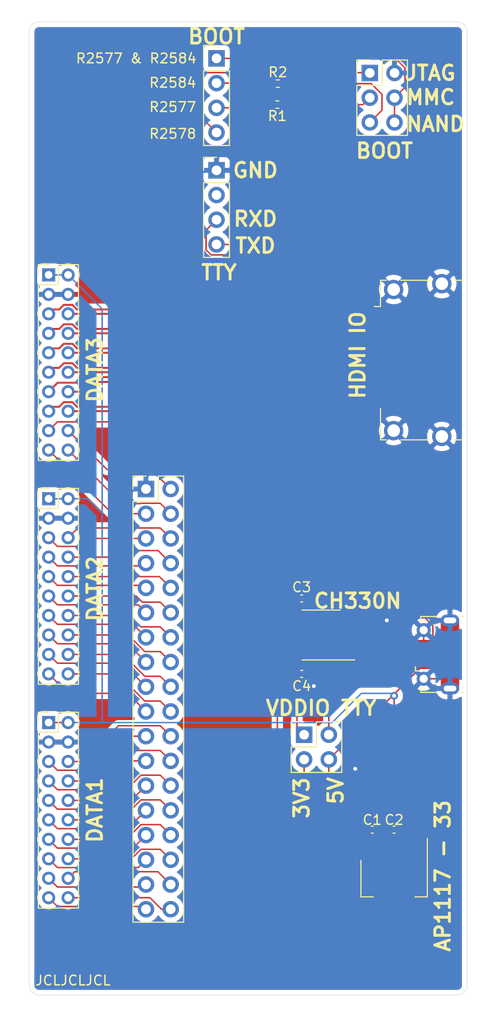
<source format=kicad_pcb>
(kicad_pcb (version 20171130) (host pcbnew 5.1.10)
  (layers (0 F.Cu signal) (31 B.Cu signal) (34 B.Paste user) (35 F.Paste user) (36 B.SilkS user) (37 F.SilkS user) (38 B.Mask user) (39 F.Mask user) (44 Edge.Cuts user))
  (net 0 "")
  (net 1 GND)
  (net 2 "Net-(J2-Pad20)")
  (net 3 "Net-(J2-Pad19)")
  (net 4 "Net-(J2-Pad18)")
  (net 5 +5V)
  (net 6 "Net-(J3-Pad20)")
  (net 7 "Net-(J3-Pad19)")
  (net 8 "Net-(J3-Pad18)")
  (net 9 "Net-(J3-Pad17)")
  (net 10 "Net-(J3-Pad16)")
  (net 11 "Net-(J3-Pad15)")
  (net 12 "Net-(J3-Pad14)")
  (net 13 "Net-(J3-Pad13)")
  (net 14 "Net-(J3-Pad10)")
  (net 15 "Net-(J3-Pad9)")
  (net 16 "Net-(J3-Pad8)")
  (net 17 "Net-(J3-Pad7)")
  (net 18 "Net-(J3-Pad6)")
  (net 19 "Net-(J3-Pad5)")
  (net 20 "Net-(J3-Pad12)")
  (net 21 "Net-(J3-Pad11)")
  (net 22 "Net-(J1-Pad13)")
  (net 23 "Net-(J1-Pad14)")
  (net 24 "Net-(J1-Pad19)")
  (net 25 "Net-(J4-Pad36)")
  (net 26 "Net-(J4-Pad35)")
  (net 27 "Net-(J4-Pad34)")
  (net 28 "Net-(J4-Pad33)")
  (net 29 "Net-(J4-Pad32)")
  (net 30 "Net-(J4-Pad31)")
  (net 31 "Net-(J4-Pad30)")
  (net 32 "Net-(J4-Pad29)")
  (net 33 "Net-(J4-Pad28)")
  (net 34 "Net-(J4-Pad27)")
  (net 35 "Net-(J4-Pad26)")
  (net 36 "Net-(J4-Pad25)")
  (net 37 "Net-(J4-Pad24)")
  (net 38 "Net-(J4-Pad23)")
  (net 39 "Net-(J4-Pad22)")
  (net 40 "Net-(J4-Pad21)")
  (net 41 "Net-(J7-Pad3)")
  (net 42 "Net-(J6-Pad4)")
  (net 43 "Net-(J6-Pad3)")
  (net 44 "Net-(J6-Pad2)")
  (net 45 "Net-(J6-Pad1)")
  (net 46 +3V3)
  (net 47 "Net-(J10-Pad4)")
  (net 48 "Net-(C3-Pad1)")
  (net 49 "Net-(C4-Pad1)")
  (net 50 "Net-(U2-Pad4)")
  (net 51 D2-)
  (net 52 D2+)
  (net 53 CK-)
  (net 54 CK+)
  (net 55 D0-)
  (net 56 D0+)
  (net 57 D1-)
  (net 58 D1+)
  (net 59 I2C+)
  (net 60 I2C-)
  (net 61 "Net-(J8-Pad2)")
  (net 62 "Net-(J7-Pad5)")
  (net 63 TXD)
  (net 64 RXD)
  (net 65 USB_D+)
  (net 66 USB_D-)
  (module Connector_PinHeader_2.54mm:PinHeader_2x03_P2.54mm_Vertical (layer F.Cu) (at 67.5 34.25)
    (fp_text reference J7 hide)
    (fp_text value BOOT)
    (pad 6 thru_hole oval (at 2.54 5.08) (size 1.7 1.7) (drill 1) (layers *.Cu *.Mask) (net 45 "Net-(J6-Pad1)"))
    (pad 5 thru_hole oval (at 0 5.08) (size 1.7 1.7) (drill 1) (layers *.Cu *.Mask) (net 62 "Net-(J7-Pad5)"))
    (pad 4 thru_hole oval (at 2.54 2.54) (size 1.7 1.7) (drill 1) (layers *.Cu *.Mask) (net 45 "Net-(J6-Pad1)"))
    (pad 3 thru_hole oval (at 0 2.54) (size 1.7 1.7) (drill 1) (layers *.Cu *.Mask) (net 41 "Net-(J7-Pad3)"))
    (pad 2 thru_hole oval (at 2.54 0) (size 1.7 1.7) (drill 1) (layers *.Cu *.Mask) (net 1 GND))
    (pad 1 thru_hole rect (at 0 0) (size 1.7 1.7) (drill 1) (layers *.Cu *.Mask) (net 42 "Net-(J6-Pad4)"))
  )
  (module Connector_HDMI:HDMI_A_Amphenol_10029449-111 (layer F.Cu) (at 72 63.75 90)
    (fp_text reference J1 hide)
    (fp_text value HDMI_A)
    (pad SH thru_hole circle (at -7.85 2.9 90) (size 2 2) (drill 1.3) (layers *.Cu *.Mask) (net 1 GND))
    (pad SH thru_hole circle (at 7.85 2.9 90) (size 2 2) (drill 1.3) (layers *.Cu *.Mask) (net 1 GND))
    (pad SH thru_hole circle (at -7.25 -2.05 90) (size 2 2) (drill 1.3) (layers *.Cu *.Mask) (net 1 GND))
    (pad SH thru_hole circle (at 7.25 -2.05 90) (size 2 2) (drill 1.3) (layers *.Cu *.Mask) (net 1 GND))
    (pad 19 smd rect (at -4.25 -2.95 90) (size 0.3 1.9) (layers F.Cu F.Paste F.Mask) (net 24 "Net-(J1-Pad19)"))
    (pad 18 smd rect (at -3.75 -2.95 90) (size 0.3 1.9) (layers F.Cu F.Paste F.Mask) (net 5 +5V))
    (pad 17 smd rect (at -3.25 -2.95 90) (size 0.3 1.9) (layers F.Cu F.Paste F.Mask) (net 1 GND))
    (pad 16 smd rect (at -2.75 -2.95 90) (size 0.3 1.9) (layers F.Cu F.Paste F.Mask) (net 59 I2C+))
    (pad 15 smd rect (at -2.25 -2.95 90) (size 0.3 1.9) (layers F.Cu F.Paste F.Mask) (net 60 I2C-))
    (pad 14 smd rect (at -1.75 -2.95 90) (size 0.3 1.9) (layers F.Cu F.Paste F.Mask) (net 23 "Net-(J1-Pad14)"))
    (pad 13 smd rect (at -1.25 -2.95 90) (size 0.3 1.9) (layers F.Cu F.Paste F.Mask) (net 22 "Net-(J1-Pad13)"))
    (pad 12 smd rect (at -0.75 -2.95 90) (size 0.3 1.9) (layers F.Cu F.Paste F.Mask) (net 53 CK-))
    (pad 11 smd rect (at -0.25 -2.95 90) (size 0.3 1.9) (layers F.Cu F.Paste F.Mask) (net 1 GND))
    (pad 10 smd rect (at 0.25 -2.95 90) (size 0.3 1.9) (layers F.Cu F.Paste F.Mask) (net 54 CK+))
    (pad 9 smd rect (at 0.75 -2.95 90) (size 0.3 1.9) (layers F.Cu F.Paste F.Mask) (net 55 D0-))
    (pad 8 smd rect (at 1.25 -2.95 90) (size 0.3 1.9) (layers F.Cu F.Paste F.Mask) (net 1 GND))
    (pad 7 smd rect (at 1.75 -2.95 90) (size 0.3 1.9) (layers F.Cu F.Paste F.Mask) (net 56 D0+))
    (pad 6 smd rect (at 2.25 -2.95 90) (size 0.3 1.9) (layers F.Cu F.Paste F.Mask) (net 57 D1-))
    (pad 5 smd rect (at 2.75 -2.95 90) (size 0.3 1.9) (layers F.Cu F.Paste F.Mask) (net 1 GND))
    (pad 4 smd rect (at 3.25 -2.95 90) (size 0.3 1.9) (layers F.Cu F.Paste F.Mask) (net 58 D1+))
    (pad 3 smd rect (at 3.75 -2.95 90) (size 0.3 1.9) (layers F.Cu F.Paste F.Mask) (net 51 D2-))
    (pad 2 smd rect (at 4.25 -2.95 90) (size 0.3 1.9) (layers F.Cu F.Paste F.Mask) (net 1 GND))
    (pad 1 smd rect (at 4.75 -2.95 90) (size 0.3 1.9) (layers F.Cu F.Paste F.Mask) (net 52 D2+))
  )
  (module Package_TO_SOT_SMD:SOT-223-3_TabPin2 (layer F.Cu) (at 70 117 270)
    (fp_text reference U1 hide)
    (fp_text value AP1117-33)
    (pad 1 smd rect (at -3.15 -2.3 270) (size 2 1.5) (layers F.Cu F.Paste F.Mask) (net 1 GND))
    (pad 3 smd rect (at -3.15 2.3 270) (size 2 1.5) (layers F.Cu F.Paste F.Mask) (net 5 +5V))
    (pad 2 smd rect (at -3.15 0 270) (size 2 1.5) (layers F.Cu F.Paste F.Mask) (net 46 +3V3))
    (pad 2 smd rect (at 3.15 0 270) (size 2 3.8) (layers F.Cu F.Paste F.Mask) (net 46 +3V3))
  )
  (module Package_SO:SOIC-8_3.9x4.9mm_P1.27mm (layer F.Cu) (at 62.5 92 180)
    (fp_text reference U2 hide)
    (fp_text value CH330N)
    (pad 8 smd roundrect (at 2.475 -1.905 180) (size 1.95 0.6) (layers F.Cu F.Paste F.Mask) (net 49 "Net-(C4-Pad1)"))
    (pad 7 smd roundrect (at 2.475 -0.635 180) (size 1.95 0.6) (layers F.Cu F.Paste F.Mask) (net 64 RXD))
    (pad 6 smd roundrect (at 2.475 0.635 180) (size 1.95 0.6) (layers F.Cu F.Paste F.Mask) (net 63 TXD))
    (pad 5 smd roundrect (at 2.475 1.905 180) (size 1.95 0.6) (layers F.Cu F.Paste F.Mask) (net 48 "Net-(C3-Pad1)"))
    (pad 4 smd roundrect (at -2.475 1.905 180) (size 1.95 0.6) (layers F.Cu F.Paste F.Mask) (net 50 "Net-(U2-Pad4)"))
    (pad 3 smd roundrect (at -2.475 0.635 180) (size 1.95 0.6) (layers F.Cu F.Paste F.Mask) (net 1 GND))
    (pad 2 smd roundrect (at -2.475 -0.635 180) (size 1.95 0.6) (layers F.Cu F.Paste F.Mask) (net 66 USB_D-))
    (pad 1 smd roundrect (at -2.475 -1.905 180) (size 1.95 0.6) (layers F.Cu F.Paste F.Mask) (net 65 USB_D+))
  )
  (module Resistor_SMD:R_0402_1005Metric (layer F.Cu) (at 58.051 35.3428)
    (fp_text reference R2 (at 0 -1.17) (layer F.SilkS))
    (fp_text value R)
    (pad 2 smd roundrect (at 0.51 0) (size 0.54 0.64) (layers F.Cu F.Paste F.Mask) (net 62 "Net-(J7-Pad5)"))
    (pad 1 smd roundrect (at -0.51 0) (size 0.54 0.64) (layers F.Cu F.Paste F.Mask) (net 44 "Net-(J6-Pad2)"))
  )
  (module Resistor_SMD:R_0402_1005Metric (layer F.Cu) (at 58 37.5 180)
    (fp_text reference R1 (at 0 -1.17) (layer F.SilkS))
    (fp_text value R)
    (pad 2 smd roundrect (at 0.51 0 180) (size 0.54 0.64) (layers F.Cu F.Paste F.Mask) (net 43 "Net-(J6-Pad3)"))
    (pad 1 smd roundrect (at -0.51 0 180) (size 0.54 0.64) (layers F.Cu F.Paste F.Mask) (net 41 "Net-(J7-Pad3)"))
  )
  (module Connector_USB:USB_Micro-B_Molex-105017-0001 (layer F.Cu) (at 74.5 94 90)
    (fp_text reference J10 hide)
    (fp_text value USB_B_Micro)
    (pad 6 smd rect (at -2.9 1.2375 90) (size 1.2 1.9) (layers F.Cu F.Mask) (net 1 GND))
    (pad 6 smd rect (at 2.9 1.2375 90) (size 1.2 1.9) (layers F.Cu F.Mask) (net 1 GND))
    (pad 6 thru_hole oval (at 3.5 1.2375 90) (size 1.2 1.9) (drill oval 0.6 1.3) (layers *.Cu *.Mask) (net 1 GND))
    (pad 6 thru_hole oval (at -3.5 1.2375 270) (size 1.2 1.9) (drill oval 0.6 1.3) (layers *.Cu *.Mask) (net 1 GND))
    (pad 6 smd rect (at -1 1.2375 90) (size 1.5 1.9) (layers F.Cu F.Paste F.Mask) (net 1 GND))
    (pad 6 thru_hole circle (at 2.5 -1.4625 90) (size 1.45 1.45) (drill 0.85) (layers *.Cu *.Mask) (net 1 GND))
    (pad 3 smd rect (at 0 -1.4625 90) (size 0.4 1.35) (layers F.Cu F.Paste F.Mask) (net 65 USB_D+))
    (pad 4 smd rect (at 0.65 -1.4625 90) (size 0.4 1.35) (layers F.Cu F.Paste F.Mask) (net 47 "Net-(J10-Pad4)"))
    (pad 5 smd rect (at 1.3 -1.4625 90) (size 0.4 1.35) (layers F.Cu F.Paste F.Mask) (net 1 GND))
    (pad 1 smd rect (at -1.3 -1.4625 90) (size 0.4 1.35) (layers F.Cu F.Paste F.Mask) (net 5 +5V))
    (pad 2 smd rect (at -0.65 -1.4625 90) (size 0.4 1.35) (layers F.Cu F.Paste F.Mask) (net 66 USB_D-))
    (pad 6 thru_hole circle (at -2.5 -1.4625 90) (size 1.45 1.45) (drill 0.85) (layers *.Cu *.Mask) (net 1 GND))
    (pad 6 smd rect (at 1 1.2375 90) (size 1.5 1.9) (layers F.Cu F.Paste F.Mask) (net 1 GND))
  )
  (module Connector_PinHeader_2.54mm:PinHeader_2x02_P2.54mm_Vertical (layer F.Cu) (at 60.75 102.25)
    (fp_text reference J9 hide)
    (fp_text value Conn_02x02_Top_Bottom)
    (pad 4 thru_hole oval (at 2.54 2.54) (size 1.7 1.7) (drill 1) (layers *.Cu *.Mask) (net 5 +5V))
    (pad 3 thru_hole oval (at 0 2.54) (size 1.7 1.7) (drill 1) (layers *.Cu *.Mask) (net 46 +3V3))
    (pad 2 thru_hole oval (at 2.54 0) (size 1.7 1.7) (drill 1) (layers *.Cu *.Mask) (net 48 "Net-(C3-Pad1)"))
    (pad 1 thru_hole rect (at 0 0) (size 1.7 1.7) (drill 1) (layers *.Cu *.Mask) (net 49 "Net-(C4-Pad1)"))
  )
  (module Connector_PinHeader_2.54mm:PinHeader_1x04_P2.54mm_Vertical (layer F.Cu) (at 51.75 44.25)
    (fp_text reference J8 hide)
    (fp_text value TTY)
    (pad 4 thru_hole oval (at 0 7.62) (size 1.7 1.7) (drill 1) (layers *.Cu *.Mask) (net 63 TXD))
    (pad 3 thru_hole oval (at 0 5.08) (size 1.7 1.7) (drill 1) (layers *.Cu *.Mask) (net 64 RXD))
    (pad 2 thru_hole oval (at 0 2.54) (size 1.7 1.7) (drill 1) (layers *.Cu *.Mask) (net 61 "Net-(J8-Pad2)"))
    (pad 1 thru_hole rect (at 0 0) (size 1.7 1.7) (drill 1) (layers *.Cu *.Mask) (net 1 GND))
  )
  (module Connector_PinHeader_2.54mm:PinHeader_1x04_P2.54mm_Vertical (layer F.Cu) (at 51.75 32.75)
    (fp_text reference J6 hide)
    (fp_text value BOOT_JUMP)
    (pad 4 thru_hole oval (at 0 7.62) (size 1.7 1.7) (drill 1) (layers *.Cu *.Mask) (net 42 "Net-(J6-Pad4)"))
    (pad 3 thru_hole oval (at 0 5.08) (size 1.7 1.7) (drill 1) (layers *.Cu *.Mask) (net 43 "Net-(J6-Pad3)"))
    (pad 2 thru_hole oval (at 0 2.54) (size 1.7 1.7) (drill 1) (layers *.Cu *.Mask) (net 44 "Net-(J6-Pad2)"))
    (pad 1 thru_hole rect (at 0 0) (size 1.7 1.7) (drill 1) (layers *.Cu *.Mask) (net 45 "Net-(J6-Pad1)"))
  )
  (module Connector_PinHeader_2.00mm:PinHeader_2x10_P2.00mm_Vertical (layer F.Cu) (at 34.5 101)
    (fp_text reference J5 hide)
    (fp_text value DATA1)
    (pad 20 thru_hole oval (at 2 18) (size 1.35 1.35) (drill 0.8) (layers *.Cu *.Mask) (net 25 "Net-(J4-Pad36)"))
    (pad 19 thru_hole oval (at 0 18) (size 1.35 1.35) (drill 0.8) (layers *.Cu *.Mask) (net 26 "Net-(J4-Pad35)"))
    (pad 18 thru_hole oval (at 2 16) (size 1.35 1.35) (drill 0.8) (layers *.Cu *.Mask) (net 27 "Net-(J4-Pad34)"))
    (pad 17 thru_hole oval (at 0 16) (size 1.35 1.35) (drill 0.8) (layers *.Cu *.Mask) (net 28 "Net-(J4-Pad33)"))
    (pad 16 thru_hole oval (at 2 14) (size 1.35 1.35) (drill 0.8) (layers *.Cu *.Mask) (net 29 "Net-(J4-Pad32)"))
    (pad 15 thru_hole oval (at 0 14) (size 1.35 1.35) (drill 0.8) (layers *.Cu *.Mask) (net 30 "Net-(J4-Pad31)"))
    (pad 14 thru_hole oval (at 2 12) (size 1.35 1.35) (drill 0.8) (layers *.Cu *.Mask) (net 31 "Net-(J4-Pad30)"))
    (pad 13 thru_hole oval (at 0 12) (size 1.35 1.35) (drill 0.8) (layers *.Cu *.Mask) (net 32 "Net-(J4-Pad29)"))
    (pad 12 thru_hole oval (at 2 10) (size 1.35 1.35) (drill 0.8) (layers *.Cu *.Mask) (net 33 "Net-(J4-Pad28)"))
    (pad 11 thru_hole oval (at 0 10) (size 1.35 1.35) (drill 0.8) (layers *.Cu *.Mask) (net 34 "Net-(J4-Pad27)"))
    (pad 10 thru_hole oval (at 2 8) (size 1.35 1.35) (drill 0.8) (layers *.Cu *.Mask) (net 35 "Net-(J4-Pad26)"))
    (pad 9 thru_hole oval (at 0 8) (size 1.35 1.35) (drill 0.8) (layers *.Cu *.Mask) (net 36 "Net-(J4-Pad25)"))
    (pad 8 thru_hole oval (at 2 6) (size 1.35 1.35) (drill 0.8) (layers *.Cu *.Mask) (net 37 "Net-(J4-Pad24)"))
    (pad 7 thru_hole oval (at 0 6) (size 1.35 1.35) (drill 0.8) (layers *.Cu *.Mask) (net 38 "Net-(J4-Pad23)"))
    (pad 6 thru_hole oval (at 2 4) (size 1.35 1.35) (drill 0.8) (layers *.Cu *.Mask) (net 39 "Net-(J4-Pad22)"))
    (pad 5 thru_hole oval (at 0 4) (size 1.35 1.35) (drill 0.8) (layers *.Cu *.Mask) (net 40 "Net-(J4-Pad21)"))
    (pad 4 thru_hole oval (at 2 2) (size 1.35 1.35) (drill 0.8) (layers *.Cu *.Mask) (net 1 GND))
    (pad 3 thru_hole oval (at 0 2) (size 1.35 1.35) (drill 0.8) (layers *.Cu *.Mask) (net 1 GND))
    (pad 2 thru_hole oval (at 2 0) (size 1.35 1.35) (drill 0.8) (layers *.Cu *.Mask) (net 5 +5V))
    (pad 1 thru_hole rect (at 0 0) (size 1.35 1.35) (drill 0.8) (layers *.Cu *.Mask) (net 5 +5V))
  )
  (module Connector_PinHeader_2.54mm:PinHeader_2x18_P2.54mm_Vertical (layer F.Cu) (at 44.5 77)
    (fp_text reference J4 hide)
    (fp_text value IO)
    (pad 36 thru_hole oval (at 2.54 43.18) (size 1.7 1.7) (drill 1) (layers *.Cu *.Mask) (net 25 "Net-(J4-Pad36)"))
    (pad 35 thru_hole oval (at 0 43.18) (size 1.7 1.7) (drill 1) (layers *.Cu *.Mask) (net 26 "Net-(J4-Pad35)"))
    (pad 34 thru_hole oval (at 2.54 40.64) (size 1.7 1.7) (drill 1) (layers *.Cu *.Mask) (net 27 "Net-(J4-Pad34)"))
    (pad 33 thru_hole oval (at 0 40.64) (size 1.7 1.7) (drill 1) (layers *.Cu *.Mask) (net 28 "Net-(J4-Pad33)"))
    (pad 32 thru_hole oval (at 2.54 38.1) (size 1.7 1.7) (drill 1) (layers *.Cu *.Mask) (net 29 "Net-(J4-Pad32)"))
    (pad 31 thru_hole oval (at 0 38.1) (size 1.7 1.7) (drill 1) (layers *.Cu *.Mask) (net 30 "Net-(J4-Pad31)"))
    (pad 30 thru_hole oval (at 2.54 35.56) (size 1.7 1.7) (drill 1) (layers *.Cu *.Mask) (net 31 "Net-(J4-Pad30)"))
    (pad 29 thru_hole oval (at 0 35.56) (size 1.7 1.7) (drill 1) (layers *.Cu *.Mask) (net 32 "Net-(J4-Pad29)"))
    (pad 28 thru_hole oval (at 2.54 33.02) (size 1.7 1.7) (drill 1) (layers *.Cu *.Mask) (net 33 "Net-(J4-Pad28)"))
    (pad 27 thru_hole oval (at 0 33.02) (size 1.7 1.7) (drill 1) (layers *.Cu *.Mask) (net 34 "Net-(J4-Pad27)"))
    (pad 26 thru_hole oval (at 2.54 30.48) (size 1.7 1.7) (drill 1) (layers *.Cu *.Mask) (net 35 "Net-(J4-Pad26)"))
    (pad 25 thru_hole oval (at 0 30.48) (size 1.7 1.7) (drill 1) (layers *.Cu *.Mask) (net 36 "Net-(J4-Pad25)"))
    (pad 24 thru_hole oval (at 2.54 27.94) (size 1.7 1.7) (drill 1) (layers *.Cu *.Mask) (net 37 "Net-(J4-Pad24)"))
    (pad 23 thru_hole oval (at 0 27.94) (size 1.7 1.7) (drill 1) (layers *.Cu *.Mask) (net 38 "Net-(J4-Pad23)"))
    (pad 22 thru_hole oval (at 2.54 25.4) (size 1.7 1.7) (drill 1) (layers *.Cu *.Mask) (net 39 "Net-(J4-Pad22)"))
    (pad 21 thru_hole oval (at 0 25.4) (size 1.7 1.7) (drill 1) (layers *.Cu *.Mask) (net 40 "Net-(J4-Pad21)"))
    (pad 20 thru_hole oval (at 2.54 22.86) (size 1.7 1.7) (drill 1) (layers *.Cu *.Mask) (net 6 "Net-(J3-Pad20)"))
    (pad 19 thru_hole oval (at 0 22.86) (size 1.7 1.7) (drill 1) (layers *.Cu *.Mask) (net 7 "Net-(J3-Pad19)"))
    (pad 18 thru_hole oval (at 2.54 20.32) (size 1.7 1.7) (drill 1) (layers *.Cu *.Mask) (net 8 "Net-(J3-Pad18)"))
    (pad 17 thru_hole oval (at 0 20.32) (size 1.7 1.7) (drill 1) (layers *.Cu *.Mask) (net 9 "Net-(J3-Pad17)"))
    (pad 16 thru_hole oval (at 2.54 17.78) (size 1.7 1.7) (drill 1) (layers *.Cu *.Mask) (net 10 "Net-(J3-Pad16)"))
    (pad 15 thru_hole oval (at 0 17.78) (size 1.7 1.7) (drill 1) (layers *.Cu *.Mask) (net 11 "Net-(J3-Pad15)"))
    (pad 14 thru_hole oval (at 2.54 15.24) (size 1.7 1.7) (drill 1) (layers *.Cu *.Mask) (net 12 "Net-(J3-Pad14)"))
    (pad 13 thru_hole oval (at 0 15.24) (size 1.7 1.7) (drill 1) (layers *.Cu *.Mask) (net 13 "Net-(J3-Pad13)"))
    (pad 12 thru_hole oval (at 2.54 12.7) (size 1.7 1.7) (drill 1) (layers *.Cu *.Mask) (net 20 "Net-(J3-Pad12)"))
    (pad 11 thru_hole oval (at 0 12.7) (size 1.7 1.7) (drill 1) (layers *.Cu *.Mask) (net 21 "Net-(J3-Pad11)"))
    (pad 10 thru_hole oval (at 2.54 10.16) (size 1.7 1.7) (drill 1) (layers *.Cu *.Mask) (net 14 "Net-(J3-Pad10)"))
    (pad 9 thru_hole oval (at 0 10.16) (size 1.7 1.7) (drill 1) (layers *.Cu *.Mask) (net 15 "Net-(J3-Pad9)"))
    (pad 8 thru_hole oval (at 2.54 7.62) (size 1.7 1.7) (drill 1) (layers *.Cu *.Mask) (net 16 "Net-(J3-Pad8)"))
    (pad 7 thru_hole oval (at 0 7.62) (size 1.7 1.7) (drill 1) (layers *.Cu *.Mask) (net 17 "Net-(J3-Pad7)"))
    (pad 6 thru_hole oval (at 2.54 5.08) (size 1.7 1.7) (drill 1) (layers *.Cu *.Mask) (net 18 "Net-(J3-Pad6)"))
    (pad 5 thru_hole oval (at 0 5.08) (size 1.7 1.7) (drill 1) (layers *.Cu *.Mask) (net 19 "Net-(J3-Pad5)"))
    (pad 4 thru_hole oval (at 2.54 2.54) (size 1.7 1.7) (drill 1) (layers *.Cu *.Mask) (net 2 "Net-(J2-Pad20)"))
    (pad 3 thru_hole oval (at 0 2.54) (size 1.7 1.7) (drill 1) (layers *.Cu *.Mask) (net 3 "Net-(J2-Pad19)"))
    (pad 2 thru_hole oval (at 2.54 0) (size 1.7 1.7) (drill 1) (layers *.Cu *.Mask) (net 4 "Net-(J2-Pad18)"))
    (pad 1 thru_hole rect (at 0 0) (size 1.7 1.7) (drill 1) (layers *.Cu *.Mask) (net 1 GND))
  )
  (module Connector_PinHeader_2.00mm:PinHeader_2x10_P2.00mm_Vertical (layer F.Cu) (at 34.5 78)
    (fp_text reference J3 hide)
    (fp_text value DATA2)
    (pad 20 thru_hole oval (at 2 18) (size 1.35 1.35) (drill 0.8) (layers *.Cu *.Mask) (net 6 "Net-(J3-Pad20)"))
    (pad 19 thru_hole oval (at 0 18) (size 1.35 1.35) (drill 0.8) (layers *.Cu *.Mask) (net 7 "Net-(J3-Pad19)"))
    (pad 18 thru_hole oval (at 2 16) (size 1.35 1.35) (drill 0.8) (layers *.Cu *.Mask) (net 8 "Net-(J3-Pad18)"))
    (pad 17 thru_hole oval (at 0 16) (size 1.35 1.35) (drill 0.8) (layers *.Cu *.Mask) (net 9 "Net-(J3-Pad17)"))
    (pad 16 thru_hole oval (at 2 14) (size 1.35 1.35) (drill 0.8) (layers *.Cu *.Mask) (net 10 "Net-(J3-Pad16)"))
    (pad 15 thru_hole oval (at 0 14) (size 1.35 1.35) (drill 0.8) (layers *.Cu *.Mask) (net 11 "Net-(J3-Pad15)"))
    (pad 14 thru_hole oval (at 2 12) (size 1.35 1.35) (drill 0.8) (layers *.Cu *.Mask) (net 12 "Net-(J3-Pad14)"))
    (pad 13 thru_hole oval (at 0 12) (size 1.35 1.35) (drill 0.8) (layers *.Cu *.Mask) (net 13 "Net-(J3-Pad13)"))
    (pad 12 thru_hole oval (at 2 10) (size 1.35 1.35) (drill 0.8) (layers *.Cu *.Mask) (net 20 "Net-(J3-Pad12)"))
    (pad 11 thru_hole oval (at 0 10) (size 1.35 1.35) (drill 0.8) (layers *.Cu *.Mask) (net 21 "Net-(J3-Pad11)"))
    (pad 10 thru_hole oval (at 2 8) (size 1.35 1.35) (drill 0.8) (layers *.Cu *.Mask) (net 14 "Net-(J3-Pad10)"))
    (pad 9 thru_hole oval (at 0 8) (size 1.35 1.35) (drill 0.8) (layers *.Cu *.Mask) (net 15 "Net-(J3-Pad9)"))
    (pad 8 thru_hole oval (at 2 6) (size 1.35 1.35) (drill 0.8) (layers *.Cu *.Mask) (net 16 "Net-(J3-Pad8)"))
    (pad 7 thru_hole oval (at 0 6) (size 1.35 1.35) (drill 0.8) (layers *.Cu *.Mask) (net 17 "Net-(J3-Pad7)"))
    (pad 6 thru_hole oval (at 2 4) (size 1.35 1.35) (drill 0.8) (layers *.Cu *.Mask) (net 18 "Net-(J3-Pad6)"))
    (pad 5 thru_hole oval (at 0 4) (size 1.35 1.35) (drill 0.8) (layers *.Cu *.Mask) (net 19 "Net-(J3-Pad5)"))
    (pad 4 thru_hole oval (at 2 2) (size 1.35 1.35) (drill 0.8) (layers *.Cu *.Mask) (net 1 GND))
    (pad 3 thru_hole oval (at 0 2) (size 1.35 1.35) (drill 0.8) (layers *.Cu *.Mask) (net 1 GND))
    (pad 2 thru_hole oval (at 2 0) (size 1.35 1.35) (drill 0.8) (layers *.Cu *.Mask) (net 5 +5V))
    (pad 1 thru_hole rect (at 0 0) (size 1.35 1.35) (drill 0.8) (layers *.Cu *.Mask) (net 5 +5V))
  )
  (module Connector_PinHeader_2.00mm:PinHeader_2x10_P2.00mm_Vertical (layer F.Cu) (at 34.5 55)
    (fp_text reference J2 hide)
    (fp_text value DATA3)
    (pad 20 thru_hole oval (at 2 18) (size 1.35 1.35) (drill 0.8) (layers *.Cu *.Mask) (net 2 "Net-(J2-Pad20)"))
    (pad 19 thru_hole oval (at 0 18) (size 1.35 1.35) (drill 0.8) (layers *.Cu *.Mask) (net 3 "Net-(J2-Pad19)"))
    (pad 18 thru_hole oval (at 2 16) (size 1.35 1.35) (drill 0.8) (layers *.Cu *.Mask) (net 4 "Net-(J2-Pad18)"))
    (pad 17 thru_hole oval (at 0 16) (size 1.35 1.35) (drill 0.8) (layers *.Cu *.Mask) (net 24 "Net-(J1-Pad19)"))
    (pad 16 thru_hole oval (at 2 14) (size 1.35 1.35) (drill 0.8) (layers *.Cu *.Mask) (net 59 I2C+))
    (pad 15 thru_hole oval (at 0 14) (size 1.35 1.35) (drill 0.8) (layers *.Cu *.Mask) (net 60 I2C-))
    (pad 14 thru_hole oval (at 2 12) (size 1.35 1.35) (drill 0.8) (layers *.Cu *.Mask) (net 23 "Net-(J1-Pad14)"))
    (pad 13 thru_hole oval (at 0 12) (size 1.35 1.35) (drill 0.8) (layers *.Cu *.Mask) (net 22 "Net-(J1-Pad13)"))
    (pad 12 thru_hole oval (at 2 10) (size 1.35 1.35) (drill 0.8) (layers *.Cu *.Mask) (net 53 CK-))
    (pad 11 thru_hole oval (at 0 10) (size 1.35 1.35) (drill 0.8) (layers *.Cu *.Mask) (net 54 CK+))
    (pad 10 thru_hole oval (at 2 8) (size 1.35 1.35) (drill 0.8) (layers *.Cu *.Mask) (net 55 D0-))
    (pad 9 thru_hole oval (at 0 8) (size 1.35 1.35) (drill 0.8) (layers *.Cu *.Mask) (net 56 D0+))
    (pad 8 thru_hole oval (at 2 6) (size 1.35 1.35) (drill 0.8) (layers *.Cu *.Mask) (net 57 D1-))
    (pad 7 thru_hole oval (at 0 6) (size 1.35 1.35) (drill 0.8) (layers *.Cu *.Mask) (net 58 D1+))
    (pad 6 thru_hole oval (at 2 4) (size 1.35 1.35) (drill 0.8) (layers *.Cu *.Mask) (net 51 D2-))
    (pad 5 thru_hole oval (at 0 4) (size 1.35 1.35) (drill 0.8) (layers *.Cu *.Mask) (net 52 D2+))
    (pad 4 thru_hole oval (at 2 2) (size 1.35 1.35) (drill 0.8) (layers *.Cu *.Mask) (net 1 GND))
    (pad 3 thru_hole oval (at 0 2) (size 1.35 1.35) (drill 0.8) (layers *.Cu *.Mask) (net 1 GND))
    (pad 2 thru_hole oval (at 2 0) (size 1.35 1.35) (drill 0.8) (layers *.Cu *.Mask) (net 5 +5V))
    (pad 1 thru_hole rect (at 0 0) (size 1.35 1.35) (drill 0.8) (layers *.Cu *.Mask) (net 5 +5V))
  )
  (module Capacitor_SMD:C_0402_1005Metric (layer F.Cu) (at 70 112 180)
    (fp_text reference C2 (at 0 1) (layer F.SilkS))
    (fp_text value 22uF)
    (pad 2 smd roundrect (at 0.48 0 180) (size 0.56 0.62) (layers F.Cu F.Paste F.Mask) (net 46 +3V3))
    (pad 1 smd roundrect (at -0.48 0 180) (size 0.56 0.62) (layers F.Cu F.Paste F.Mask) (net 1 GND))
  )
  (module Capacitor_SMD:C_0402_1005Metric (layer F.Cu) (at 67.75 112 180)
    (fp_text reference C1 (at 0 1) (layer F.SilkS))
    (fp_text value 10uF)
    (pad 2 smd roundrect (at 0.48 0 180) (size 0.56 0.62) (layers F.Cu F.Paste F.Mask) (net 1 GND))
    (pad 1 smd roundrect (at -0.48 0 180) (size 0.56 0.62) (layers F.Cu F.Paste F.Mask) (net 5 +5V))
  )
  (module Capacitor_SMD:C_0402_1005Metric (layer F.Cu) (at 60.5 96)
    (fp_text reference C4 (at 0 1.25) (layer F.SilkS))
    (fp_text value 0.1uf)
    (pad 2 smd roundrect (at 0.48 0) (size 0.56 0.62) (layers F.Cu F.Paste F.Mask) (net 1 GND))
    (pad 1 smd roundrect (at -0.48 0) (size 0.56 0.62) (layers F.Cu F.Paste F.Mask) (net 49 "Net-(C4-Pad1)"))
  )
  (module Capacitor_SMD:C_0402_1005Metric (layer F.Cu) (at 60.5 88.25)
    (fp_text reference C3 (at 0 -1.16) (layer F.SilkS))
    (fp_text value 0.1uf)
    (pad 2 smd roundrect (at 0.48 0) (size 0.56 0.62) (layers F.Cu F.Paste F.Mask) (net 1 GND))
    (pad 1 smd roundrect (at -0.48 0) (size 0.56 0.62) (layers F.Cu F.Paste F.Mask) (net 48 "Net-(C3-Pad1)"))
  )
  (gr_text JCLJCLJCL (at 37 127.5) (layer F.SilkS) (effects (font (size 1 1))))
  (gr_text R2577 (at 47.25 37.75) (layer F.SilkS) (effects (font (size 1 1))))
  (gr_text R2584 (at 47.25 35.25) (layer F.SilkS) (effects (font (size 1 1))))
  (gr_text "R2577 & R2584" (at 43.5 32.75) (layer F.SilkS) (effects (font (size 1 1))))
  (gr_text R2578 (at 47.25 40.5) (layer F.SilkS) (effects (font (size 1 1))))
  (gr_text NAND (at 74.25 39.5) (layer F.SilkS) (effects (font (size 1.5 1.5) (thickness 0.3))))
  (gr_text MMC (at 73.75 36.75) (layer F.SilkS) (effects (font (size 1.5 1.5) (thickness 0.3))))
  (gr_text JTAG (at 73.75 34.25) (layer F.SilkS) (effects (font (size 1.5 1.5) (thickness 0.3))))
  (gr_text BOOT (at 69 42.25) (layer F.SilkS) (effects (font (size 1.5 1.5) (thickness 0.3))))
  (gr_text BOOT (at 51.75 30.5) (layer F.SilkS) (effects (font (size 1.5 1.5) (thickness 0.3))))
  (gr_text TTY (at 52 54.75) (layer F.SilkS) (effects (font (size 1.5 1.5) (thickness 0.3))))
  (gr_text "HDMI IO" (at 66.25 63.25 90) (layer F.SilkS) (effects (font (size 1.5 1.5) (thickness 0.3))))
  (gr_text CH330N (at 66.25 88.5) (layer F.SilkS) (effects (font (size 1.5 1.5) (thickness 0.3))))
  (gr_text "AP1117 - 33" (at 75 116.75 90) (layer F.SilkS) (effects (font (size 1.5 1.5) (thickness 0.3))))
  (gr_text "VDDIO TTY" (at 62.5 99.5) (layer F.SilkS) (effects (font (size 1.5 1.5) (thickness 0.3))))
  (gr_text DATA1 (at 39.25 110 90) (layer F.SilkS) (effects (font (size 1.5 1.5) (thickness 0.3))))
  (gr_text DATA2 (at 39.25 87.25 90) (layer F.SilkS) (effects (font (size 1.5 1.5) (thickness 0.3))))
  (gr_text DATA3 (at 39.25 64.75 90) (layer F.SilkS) (effects (font (size 1.5 1.5) (thickness 0.3))))
  (gr_text TXD (at 55.75 52) (layer F.SilkS) (effects (font (size 1.5 1.5) (thickness 0.3))))
  (gr_text RXD (at 55.75 49.25) (layer F.SilkS) (effects (font (size 1.5 1.5) (thickness 0.3))))
  (gr_text GND (at 55.75 44.25) (layer F.SilkS) (effects (font (size 1.5 1.5) (thickness 0.3))))
  (gr_text 3V3 (at 60.5 108.75 90) (layer F.SilkS) (effects (font (size 1.5 1.5) (thickness 0.3))))
  (gr_text 5V (at 64 108 90) (layer F.SilkS) (effects (font (size 1.5 1.5) (thickness 0.3))))
  (gr_arc (start 33.5 128) (end 32.5 128) (angle -90) (layer Edge.Cuts) (width 0.05))
  (gr_arc (start 76.5 128) (end 76.5 129) (angle -90) (layer Edge.Cuts) (width 0.05))
  (gr_arc (start 76.5 30) (end 77.5 30) (angle -90) (layer Edge.Cuts) (width 0.05))
  (gr_line (start 32.5 29) (end 32.5 29) (layer Edge.Cuts) (width 0.05))
  (gr_line (start 33.5 29) (end 76.5 29) (layer Edge.Cuts) (width 0.05))
  (gr_line (start 32.5 29) (end 32.5 29) (layer Edge.Cuts) (width 0.05))
  (gr_arc (start 33.5 30) (end 33.5 29) (angle -90) (layer Edge.Cuts) (width 0.05))
  (gr_line (start 33.5 129) (end 76.5 129) (layer Edge.Cuts) (width 0.05))
  (gr_line (start 32.5 29) (end 32.5 29) (layer Edge.Cuts) (width 0.05))
  (gr_line (start 77.5 30) (end 77.5 128) (layer Edge.Cuts) (width 0.05))
  (gr_line (start 32.5 30) (end 32.5 128) (layer Edge.Cuts) (width 0.05))
  (segment (start 75.7375 95) (end 75.7375 93) (width 0.15) (layer F.Cu) (net 1))
  (segment (start 75.7375 91.1) (end 75.7375 93) (width 0.15) (layer F.Cu) (net 1))
  (segment (start 75.7375 95) (end 75.7375 96.9) (width 0.15) (layer F.Cu) (net 1))
  (segment (start 74.7375 96.5) (end 75.7375 97.5) (width 0.15) (layer F.Cu) (net 1))
  (segment (start 73.0375 96.5) (end 74.7375 96.5) (width 0.15) (layer F.Cu) (net 1))
  (segment (start 74.7375 91.5) (end 75.7375 90.5) (width 0.15) (layer F.Cu) (net 1))
  (segment (start 75.4375 92.7) (end 75.7375 93) (width 0.15) (layer F.Cu) (net 1))
  (segment (start 69.05 59.5) (end 71.25 59.5) (width 0.15) (layer F.Cu) (net 1))
  (segment (start 69.05 67) (end 70.899998 67) (width 0.15) (layer F.Cu) (net 1))
  (segment (start 70.899998 67) (end 70.949999 66.949999) (width 0.15) (layer F.Cu) (net 1))
  (segment (start 70.949999 66.949999) (end 70.949999 70.000001) (width 0.15) (layer F.Cu) (net 1))
  (segment (start 70.949999 57.499999) (end 70.949999 66.949999) (width 0.15) (layer F.Cu) (net 1))
  (segment (start 69.05 64) (end 69.25 64) (width 0.15) (layer F.Cu) (net 1))
  (segment (start 69.25 64) (end 70.055002 64) (width 0.15) (layer F.Cu) (net 1))
  (segment (start 70.949999 70.000001) (end 69.95 71) (width 0.15) (layer F.Cu) (net 1))
  (segment (start 70.949999 64.894997) (end 70.949999 70.000001) (width 0.15) (layer F.Cu) (net 1))
  (segment (start 70.055002 64) (end 70.949999 64.894997) (width 0.15) (layer F.Cu) (net 1))
  (segment (start 70.949999 61.700001) (end 70.949999 57.499999) (width 0.15) (layer F.Cu) (net 1))
  (segment (start 70.15 62.5) (end 70.949999 61.700001) (width 0.15) (layer F.Cu) (net 1))
  (segment (start 69.05 62.5) (end 70.15 62.5) (width 0.15) (layer F.Cu) (net 1))
  (segment (start 70.949999 60.200001) (end 70.949999 57.499999) (width 0.15) (layer F.Cu) (net 1))
  (segment (start 70.15 61) (end 70.949999 60.200001) (width 0.15) (layer F.Cu) (net 1))
  (segment (start 70.949999 57.499999) (end 69.95 56.5) (width 0.15) (layer F.Cu) (net 1))
  (segment (start 69.05 61) (end 70.15 61) (width 0.15) (layer F.Cu) (net 1))
  (via (at 61.75 97.25) (size 0.8) (drill 0.4) (layers F.Cu B.Cu) (net 1))
  (segment (start 60.98 96.48) (end 61.75 97.25) (width 0.15) (layer F.Cu) (net 1))
  (segment (start 60.98 96) (end 60.98 96.48) (width 0.15) (layer F.Cu) (net 1))
  (via (at 66 105.75) (size 0.8) (drill 0.4) (layers F.Cu B.Cu) (net 1))
  (via (at 69.25 90.5) (size 0.8) (drill 0.4) (layers F.Cu B.Cu) (net 1))
  (segment (start 68.385 91.365) (end 69.25 90.5) (width 0.15) (layer F.Cu) (net 1))
  (segment (start 64.975 91.365) (end 68.385 91.365) (width 0.15) (layer F.Cu) (net 1))
  (segment (start 73.0375 91.5) (end 73.7875 90.75) (width 0.15) (layer B.Cu) (net 1))
  (segment (start 73.7875 90.75) (end 74.5 90.75) (width 0.15) (layer B.Cu) (net 1))
  (segment (start 74.75 90.5) (end 75.7375 90.5) (width 0.15) (layer B.Cu) (net 1))
  (segment (start 74.5 90.75) (end 74.75 90.5) (width 0.15) (layer B.Cu) (net 1))
  (segment (start 73.0375 91.5) (end 73.0375 92.7) (width 0.15) (layer F.Cu) (net 1))
  (segment (start 36.5 73) (end 42 78.5) (width 0.15) (layer F.Cu) (net 2))
  (segment (start 45.964999 78.464999) (end 47.04 79.54) (width 0.15) (layer F.Cu) (net 2))
  (segment (start 43.983999 78.464999) (end 45.964999 78.464999) (width 0.15) (layer F.Cu) (net 2))
  (segment (start 43.948998 78.5) (end 43.983999 78.464999) (width 0.15) (layer F.Cu) (net 2))
  (segment (start 42 78.5) (end 43.948998 78.5) (width 0.15) (layer F.Cu) (net 2))
  (segment (start 41.04 79.54) (end 44.5 79.54) (width 0.15) (layer F.Cu) (net 3))
  (segment (start 34.5 73) (end 41.04 79.54) (width 0.15) (layer F.Cu) (net 3))
  (segment (start 36.5 71) (end 40.5 75) (width 0.15) (layer F.Cu) (net 4))
  (segment (start 45.04 75) (end 47.04 77) (width 0.15) (layer F.Cu) (net 4))
  (segment (start 40.5 75) (end 45.04 75) (width 0.15) (layer F.Cu) (net 4))
  (segment (start 73.0375 95.3) (end 72.7 95.3) (width 0.15) (layer F.Cu) (net 5))
  (segment (start 66.33 113.85) (end 65.5 113.02) (width 0.15) (layer F.Cu) (net 5))
  (segment (start 67.7 113.85) (end 66.33 113.85) (width 0.15) (layer F.Cu) (net 5))
  (segment (start 63.29 110.81) (end 65.5 113.02) (width 0.15) (layer F.Cu) (net 5))
  (segment (start 63.29 104.79) (end 63.29 110.81) (width 0.15) (layer F.Cu) (net 5))
  (segment (start 72.78 95.3) (end 73.0375 95.3) (width 0.15) (layer F.Cu) (net 5))
  (segment (start 71.79 96.29) (end 72.78 95.3) (width 0.15) (layer F.Cu) (net 5))
  (segment (start 63.29 104.79) (end 71.79 96.29) (width 0.15) (layer F.Cu) (net 5))
  (segment (start 73.75 122.5) (end 70.75 122.5) (width 0.15) (layer F.Cu) (net 5))
  (segment (start 75.5 120.75) (end 73.75 122.5) (width 0.15) (layer F.Cu) (net 5))
  (segment (start 75.5 108.25) (end 75.5 120.75) (width 0.15) (layer F.Cu) (net 5))
  (segment (start 70 102.75) (end 75.5 108.25) (width 0.15) (layer F.Cu) (net 5))
  (segment (start 70 98.08) (end 70 102.75) (width 0.15) (layer F.Cu) (net 5))
  (segment (start 71.79 96.29) (end 70 98.08) (width 0.15) (layer F.Cu) (net 5))
  (segment (start 70.75 122.5) (end 70.955002 122.5) (width 0.15) (layer F.Cu) (net 5))
  (segment (start 65.5 122.5) (end 70.75 122.5) (width 0.15) (layer F.Cu) (net 5))
  (segment (start 70.225001 67.575001) (end 70.225001 68.274999) (width 0.15) (layer F.Cu) (net 5))
  (segment (start 70.15 67.5) (end 70.225001 67.575001) (width 0.15) (layer F.Cu) (net 5))
  (segment (start 69.05 67.5) (end 70.15 67.5) (width 0.15) (layer F.Cu) (net 5))
  (segment (start 58 80.5) (end 58 115) (width 0.15) (layer F.Cu) (net 5))
  (segment (start 58 115) (end 65.5 122.5) (width 0.15) (layer F.Cu) (net 5))
  (segment (start 70.225001 68.274999) (end 58 80.5) (width 0.15) (layer F.Cu) (net 5))
  (segment (start 34.5 101) (end 36.5 101) (width 0.15) (layer F.Cu) (net 5))
  (segment (start 63.631002 101) (end 66.631002 98) (width 0.15) (layer B.Cu) (net 5))
  (segment (start 66.631002 98) (end 69.75 98) (width 0.15) (layer B.Cu) (net 5))
  (segment (start 69.75 98) (end 70 98.25) (width 0.15) (layer B.Cu) (net 5))
  (segment (start 70 98.25) (end 70 98.25) (width 0.15) (layer B.Cu) (net 5))
  (via (at 70 98.25) (size 0.8) (drill 0.4) (layers F.Cu B.Cu) (net 5))
  (segment (start 34.5 78) (end 36.5 78) (width 0.15) (layer B.Cu) (net 5))
  (segment (start 36.5 78) (end 38.5 78) (width 0.15) (layer B.Cu) (net 5))
  (segment (start 40 79.5) (end 40 101) (width 0.15) (layer B.Cu) (net 5))
  (segment (start 38.5 78) (end 40 79.5) (width 0.15) (layer B.Cu) (net 5))
  (segment (start 40 101) (end 63.631002 101) (width 0.15) (layer B.Cu) (net 5))
  (segment (start 36.5 101) (end 40 101) (width 0.15) (layer B.Cu) (net 5))
  (segment (start 34.5 55) (end 36.5 55) (width 0.15) (layer B.Cu) (net 5))
  (segment (start 40 58.5) (end 40 79.5) (width 0.15) (layer B.Cu) (net 5))
  (segment (start 36.5 55) (end 40 58.5) (width 0.15) (layer B.Cu) (net 5))
  (segment (start 68.23 113.32) (end 67.7 113.85) (width 0.15) (layer F.Cu) (net 5))
  (segment (start 68.23 112) (end 68.23 113.32) (width 0.15) (layer F.Cu) (net 5))
  (segment (start 45.964999 98.784999) (end 47.04 99.86) (width 0.15) (layer F.Cu) (net 6))
  (segment (start 44.373997 98.784999) (end 45.964999 98.784999) (width 0.15) (layer F.Cu) (net 6))
  (segment (start 41.588998 96) (end 44.373997 98.784999) (width 0.15) (layer F.Cu) (net 6))
  (segment (start 36.5 96) (end 41.588998 96) (width 0.15) (layer F.Cu) (net 6))
  (segment (start 34.5 96) (end 36.5 98) (width 0.15) (layer F.Cu) (net 7))
  (segment (start 42.64 98) (end 44.5 99.86) (width 0.15) (layer F.Cu) (net 7))
  (segment (start 36.5 98) (end 42.64 98) (width 0.15) (layer F.Cu) (net 7))
  (segment (start 45.964999 96.244999) (end 47.04 97.32) (width 0.15) (layer F.Cu) (net 8))
  (segment (start 44.373997 96.244999) (end 45.964999 96.244999) (width 0.15) (layer F.Cu) (net 8))
  (segment (start 42.128998 94) (end 44.373997 96.244999) (width 0.15) (layer F.Cu) (net 8))
  (segment (start 36.5 94) (end 42.128998 94) (width 0.15) (layer F.Cu) (net 8))
  (segment (start 35.400001 94.900001) (end 42.080001 94.900001) (width 0.15) (layer F.Cu) (net 9))
  (segment (start 42.080001 94.900001) (end 44.5 97.32) (width 0.15) (layer F.Cu) (net 9))
  (segment (start 34.5 94) (end 35.400001 94.900001) (width 0.15) (layer F.Cu) (net 9))
  (segment (start 44.373997 93.704999) (end 45.964999 93.704999) (width 0.15) (layer F.Cu) (net 10))
  (segment (start 42.668998 92) (end 44.373997 93.704999) (width 0.15) (layer F.Cu) (net 10))
  (segment (start 45.964999 93.704999) (end 47.04 94.78) (width 0.15) (layer F.Cu) (net 10))
  (segment (start 36.5 92) (end 42.668998 92) (width 0.15) (layer F.Cu) (net 10))
  (segment (start 42.620001 92.900001) (end 44.5 94.78) (width 0.15) (layer F.Cu) (net 11))
  (segment (start 35.400001 92.900001) (end 42.620001 92.900001) (width 0.15) (layer F.Cu) (net 11))
  (segment (start 34.5 92) (end 35.400001 92.900001) (width 0.15) (layer F.Cu) (net 11))
  (segment (start 45.964999 91.164999) (end 47.04 92.24) (width 0.15) (layer F.Cu) (net 12))
  (segment (start 42.819 90) (end 43.983999 91.164999) (width 0.15) (layer F.Cu) (net 12))
  (segment (start 43.983999 91.164999) (end 45.964999 91.164999) (width 0.15) (layer F.Cu) (net 12))
  (segment (start 36.5 90) (end 42.819 90) (width 0.15) (layer F.Cu) (net 12))
  (segment (start 43.160001 90.900001) (end 44.5 92.24) (width 0.15) (layer F.Cu) (net 13))
  (segment (start 35.400001 90.900001) (end 43.160001 90.900001) (width 0.15) (layer F.Cu) (net 13))
  (segment (start 34.5 90) (end 35.400001 90.900001) (width 0.15) (layer F.Cu) (net 13))
  (segment (start 45.88 86) (end 47.04 87.16) (width 0.15) (layer F.Cu) (net 14))
  (segment (start 36.5 86) (end 45.88 86) (width 0.15) (layer F.Cu) (net 14))
  (segment (start 44.240001 86.900001) (end 44.5 87.16) (width 0.15) (layer F.Cu) (net 15))
  (segment (start 35.400001 86.900001) (end 44.240001 86.900001) (width 0.15) (layer F.Cu) (net 15))
  (segment (start 34.5 86) (end 35.400001 86.900001) (width 0.15) (layer F.Cu) (net 15))
  (segment (start 45.745001 83.325001) (end 47.04 84.62) (width 0.15) (layer F.Cu) (net 16))
  (segment (start 36.5 84) (end 42.25 84) (width 0.15) (layer F.Cu) (net 16))
  (segment (start 42.924999 83.325001) (end 45.745001 83.325001) (width 0.15) (layer F.Cu) (net 16))
  (segment (start 42.25 84) (end 42.924999 83.325001) (width 0.15) (layer F.Cu) (net 16))
  (segment (start 44.219999 84.900001) (end 44.5 84.62) (width 0.15) (layer F.Cu) (net 17))
  (segment (start 35.400001 84.900001) (end 44.219999 84.900001) (width 0.15) (layer F.Cu) (net 17))
  (segment (start 34.5 84) (end 35.400001 84.900001) (width 0.15) (layer F.Cu) (net 17))
  (segment (start 45.964999 81.004999) (end 47.04 82.08) (width 0.15) (layer F.Cu) (net 18))
  (segment (start 37.495001 81.004999) (end 45.964999 81.004999) (width 0.15) (layer F.Cu) (net 18))
  (segment (start 36.5 82) (end 37.495001 81.004999) (width 0.15) (layer F.Cu) (net 18))
  (segment (start 34.5 82) (end 35.400001 82.900001) (width 0.15) (layer F.Cu) (net 19))
  (segment (start 35.400001 82.900001) (end 37.849999 82.900001) (width 0.15) (layer F.Cu) (net 19))
  (segment (start 38.67 82.08) (end 44.5 82.08) (width 0.15) (layer F.Cu) (net 19))
  (segment (start 37.849999 82.900001) (end 38.67 82.08) (width 0.15) (layer F.Cu) (net 19))
  (segment (start 45.964999 88.624999) (end 47.04 89.7) (width 0.15) (layer F.Cu) (net 20))
  (segment (start 43.5 88) (end 44.124999 88.624999) (width 0.15) (layer F.Cu) (net 20))
  (segment (start 44.124999 88.624999) (end 45.964999 88.624999) (width 0.15) (layer F.Cu) (net 20))
  (segment (start 36.5 88) (end 43.5 88) (width 0.15) (layer F.Cu) (net 20))
  (segment (start 43.700001 88.900001) (end 44.5 89.7) (width 0.15) (layer F.Cu) (net 21))
  (segment (start 35.400001 88.900001) (end 43.700001 88.900001) (width 0.15) (layer F.Cu) (net 21))
  (segment (start 34.5 88) (end 35.400001 88.900001) (width 0.15) (layer F.Cu) (net 21))
  (segment (start 34.5 67) (end 35.425001 66.074999) (width 0.2) (layer F.Cu) (net 22))
  (segment (start 67 65) (end 69.05 65) (width 0.2) (layer F.Cu) (net 22))
  (segment (start 35.425001 66.074999) (end 37.675001 66.074999) (width 0.2) (layer F.Cu) (net 22))
  (segment (start 37.675001 66.074999) (end 38.25 65.5) (width 0.2) (layer F.Cu) (net 22))
  (segment (start 66.5 65.5) (end 66.875 65.125) (width 0.2) (layer F.Cu) (net 22))
  (segment (start 38.25 65.5) (end 66.5 65.5) (width 0.2) (layer F.Cu) (net 22))
  (segment (start 66.875 65.125) (end 67 65) (width 0.2) (layer F.Cu) (net 22))
  (segment (start 36.5 67) (end 36.75 66.75) (width 0.15) (layer F.Cu) (net 23))
  (segment (start 36.5 67) (end 38 67) (width 0.2) (layer F.Cu) (net 23))
  (segment (start 38 67) (end 39 66) (width 0.2) (layer F.Cu) (net 23))
  (segment (start 67.9 65.5) (end 69.05 65.5) (width 0.2) (layer F.Cu) (net 23))
  (segment (start 67.4 66) (end 67.9 65.5) (width 0.2) (layer F.Cu) (net 23))
  (segment (start 39 66) (end 67.4 66) (width 0.2) (layer F.Cu) (net 23))
  (segment (start 35.400001 70.099999) (end 53.400001 70.099999) (width 0.15) (layer F.Cu) (net 24))
  (segment (start 34.5 71) (end 35.400001 70.099999) (width 0.15) (layer F.Cu) (net 24))
  (segment (start 55.5 68) (end 69.05 68) (width 0.15) (layer F.Cu) (net 24))
  (segment (start 53.400001 70.099999) (end 55.5 68) (width 0.15) (layer F.Cu) (net 24))
  (segment (start 46.091002 120.18) (end 47.04 120.18) (width 0.15) (layer F.Cu) (net 25))
  (segment (start 44.911002 119) (end 46.091002 120.18) (width 0.15) (layer F.Cu) (net 25))
  (segment (start 36.5 119) (end 44.911002 119) (width 0.15) (layer F.Cu) (net 25))
  (segment (start 44.220001 119.900001) (end 44.5 120.18) (width 0.15) (layer F.Cu) (net 26))
  (segment (start 35.400001 119.900001) (end 44.220001 119.900001) (width 0.15) (layer F.Cu) (net 26))
  (segment (start 34.5 119) (end 35.400001 119.900001) (width 0.15) (layer F.Cu) (net 26))
  (segment (start 45.725001 116.325001) (end 47.04 117.64) (width 0.15) (layer F.Cu) (net 27))
  (segment (start 37.174999 116.325001) (end 45.725001 116.325001) (width 0.15) (layer F.Cu) (net 27))
  (segment (start 36.5 117) (end 37.174999 116.325001) (width 0.15) (layer F.Cu) (net 27))
  (segment (start 44.239999 117.900001) (end 44.5 117.64) (width 0.15) (layer F.Cu) (net 28))
  (segment (start 35.400001 117.900001) (end 44.239999 117.900001) (width 0.15) (layer F.Cu) (net 28))
  (segment (start 34.5 117) (end 35.400001 117.900001) (width 0.15) (layer F.Cu) (net 28))
  (segment (start 45.964999 114.024999) (end 47.04 115.1) (width 0.15) (layer F.Cu) (net 29))
  (segment (start 43.983999 114.024999) (end 45.964999 114.024999) (width 0.15) (layer F.Cu) (net 29))
  (segment (start 43.008998 115) (end 43.983999 114.024999) (width 0.15) (layer F.Cu) (net 29))
  (segment (start 36.5 115) (end 43.008998 115) (width 0.15) (layer F.Cu) (net 29))
  (segment (start 43.699999 115.900001) (end 44.5 115.1) (width 0.15) (layer F.Cu) (net 30))
  (segment (start 35.400001 115.900001) (end 43.699999 115.900001) (width 0.15) (layer F.Cu) (net 30))
  (segment (start 34.5 115) (end 35.400001 115.900001) (width 0.15) (layer F.Cu) (net 30))
  (segment (start 45.964999 111.484999) (end 47.04 112.56) (width 0.15) (layer F.Cu) (net 31))
  (segment (start 43.983999 111.484999) (end 45.964999 111.484999) (width 0.15) (layer F.Cu) (net 31))
  (segment (start 42.468998 113) (end 43.983999 111.484999) (width 0.15) (layer F.Cu) (net 31))
  (segment (start 36.5 113) (end 42.468998 113) (width 0.15) (layer F.Cu) (net 31))
  (segment (start 43.159999 113.900001) (end 44.5 112.56) (width 0.15) (layer F.Cu) (net 32))
  (segment (start 35.400001 113.900001) (end 43.159999 113.900001) (width 0.15) (layer F.Cu) (net 32))
  (segment (start 34.5 113) (end 35.400001 113.900001) (width 0.15) (layer F.Cu) (net 32))
  (segment (start 45.964999 108.944999) (end 47.04 110.02) (width 0.15) (layer F.Cu) (net 33))
  (segment (start 43.983999 108.944999) (end 45.964999 108.944999) (width 0.15) (layer F.Cu) (net 33))
  (segment (start 41.928998 111) (end 43.983999 108.944999) (width 0.15) (layer F.Cu) (net 33))
  (segment (start 36.5 111) (end 41.928998 111) (width 0.15) (layer F.Cu) (net 33))
  (segment (start 35.400001 111.900001) (end 42.619999 111.900001) (width 0.15) (layer F.Cu) (net 34))
  (segment (start 42.619999 111.900001) (end 44.5 110.02) (width 0.15) (layer F.Cu) (net 34))
  (segment (start 34.5 111) (end 35.400001 111.900001) (width 0.15) (layer F.Cu) (net 34))
  (segment (start 45.964999 106.404999) (end 47.04 107.48) (width 0.15) (layer F.Cu) (net 35))
  (segment (start 43.983999 106.404999) (end 45.964999 106.404999) (width 0.15) (layer F.Cu) (net 35))
  (segment (start 41.388998 109) (end 43.983999 106.404999) (width 0.15) (layer F.Cu) (net 35))
  (segment (start 36.5 109) (end 41.388998 109) (width 0.15) (layer F.Cu) (net 35))
  (segment (start 42.079999 109.900001) (end 44.5 107.48) (width 0.15) (layer F.Cu) (net 36))
  (segment (start 35.400001 109.900001) (end 42.079999 109.900001) (width 0.15) (layer F.Cu) (net 36))
  (segment (start 34.5 109) (end 35.400001 109.900001) (width 0.15) (layer F.Cu) (net 36))
  (segment (start 45.964999 103.864999) (end 47.04 104.94) (width 0.15) (layer F.Cu) (net 37))
  (segment (start 42.710723 103.864999) (end 45.964999 103.864999) (width 0.15) (layer F.Cu) (net 37))
  (segment (start 39.575722 107) (end 42.710723 103.864999) (width 0.15) (layer F.Cu) (net 37))
  (segment (start 36.5 107) (end 39.575722 107) (width 0.15) (layer F.Cu) (net 37))
  (segment (start 34.5 107) (end 35.400001 107.900001) (width 0.15) (layer F.Cu) (net 38))
  (segment (start 44.5 104.94) (end 43.06 104.94) (width 0.15) (layer F.Cu) (net 38))
  (segment (start 40.099999 107.900001) (end 37.900001 107.900001) (width 0.15) (layer F.Cu) (net 38))
  (segment (start 43.06 104.94) (end 40.099999 107.900001) (width 0.15) (layer F.Cu) (net 38))
  (segment (start 37.900001 107.900001) (end 39.099999 107.900001) (width 0.15) (layer F.Cu) (net 38))
  (segment (start 35.400001 107.900001) (end 37.900001 107.900001) (width 0.15) (layer F.Cu) (net 38))
  (segment (start 45.964999 101.324999) (end 47.04 102.4) (width 0.15) (layer F.Cu) (net 39))
  (segment (start 38 105) (end 41.675001 101.324999) (width 0.15) (layer F.Cu) (net 39))
  (segment (start 36.5 105) (end 38 105) (width 0.15) (layer F.Cu) (net 39))
  (segment (start 41.675001 101.324999) (end 45.964999 101.324999) (width 0.15) (layer F.Cu) (net 39))
  (segment (start 35.400001 105.900001) (end 38.599999 105.900001) (width 0.15) (layer F.Cu) (net 40))
  (segment (start 34.5 105) (end 35.400001 105.900001) (width 0.15) (layer F.Cu) (net 40))
  (segment (start 42.1 102.4) (end 44.5 102.4) (width 0.15) (layer F.Cu) (net 40))
  (segment (start 38.599999 105.900001) (end 42.1 102.4) (width 0.15) (layer F.Cu) (net 40))
  (segment (start 66.79 37.5) (end 67.5 36.79) (width 0.15) (layer F.Cu) (net 41))
  (segment (start 58.51 37.5) (end 66.79 37.5) (width 0.15) (layer F.Cu) (net 41))
  (segment (start 59.05 92.635) (end 60.025 92.635) (width 0.15) (layer F.Cu) (net 64))
  (segment (start 58.524981 92.109981) (end 59.05 92.635) (width 0.15) (layer F.Cu) (net 64))
  (segment (start 67.875732 77.44999) (end 61.625732 77.44999) (width 0.15) (layer F.Cu) (net 64))
  (segment (start 72.19999 73.125732) (end 67.875732 77.44999) (width 0.15) (layer F.Cu) (net 64))
  (segment (start 72.19999 55.124268) (end 72.19999 73.125732) (width 0.15) (layer F.Cu) (net 64))
  (segment (start 58.524981 80.550741) (end 58.524981 92.109981) (width 0.15) (layer F.Cu) (net 64))
  (segment (start 61.625732 77.44999) (end 58.524981 80.550741) (width 0.15) (layer F.Cu) (net 64))
  (segment (start 50.674999 50.405001) (end 50.674999 52.386001) (width 0.15) (layer F.Cu) (net 64))
  (segment (start 72.19999 55.124268) (end 72.124268 55.124268) (width 0.15) (layer F.Cu) (net 64))
  (segment (start 72.124268 55.124268) (end 69.25 52.25) (width 0.15) (layer F.Cu) (net 64))
  (segment (start 69.25 52.25) (end 54.75 52.25) (width 0.15) (layer F.Cu) (net 64))
  (segment (start 54.054999 52.945001) (end 51.195001 52.945001) (width 0.15) (layer F.Cu) (net 64))
  (segment (start 54.75 52.25) (end 54.054999 52.945001) (width 0.15) (layer F.Cu) (net 64))
  (segment (start 50.674999 52.424999) (end 50.674999 50.405001) (width 0.15) (layer F.Cu) (net 64))
  (segment (start 50.674999 50.405001) (end 51.75 49.33) (width 0.15) (layer F.Cu) (net 64))
  (segment (start 51.195001 52.945001) (end 50.674999 52.424999) (width 0.15) (layer F.Cu) (net 64))
  (segment (start 59.05 91.365) (end 60.025 91.365) (width 0.15) (layer F.Cu) (net 63))
  (segment (start 58.82499 91.13999) (end 59.05 91.365) (width 0.15) (layer F.Cu) (net 63))
  (segment (start 61.75 77.75) (end 58.82499 80.67501) (width 0.15) (layer F.Cu) (net 63))
  (segment (start 68 77.75) (end 61.75 77.75) (width 0.15) (layer F.Cu) (net 63))
  (segment (start 72.5 73.25) (end 68 77.75) (width 0.15) (layer F.Cu) (net 63))
  (segment (start 72.5 55) (end 72.5 73.25) (width 0.15) (layer F.Cu) (net 63))
  (segment (start 58.82499 80.67501) (end 58.82499 91.13999) (width 0.15) (layer F.Cu) (net 63))
  (segment (start 69.37 51.87) (end 51.75 51.87) (width 0.15) (layer F.Cu) (net 63))
  (segment (start 72.5 55) (end 69.37 51.87) (width 0.15) (layer F.Cu) (net 63))
  (segment (start 51.75 40.37) (end 50.25 38.87) (width 0.15) (layer F.Cu) (net 42))
  (segment (start 50.785001 34.214999) (end 67.464999 34.214999) (width 0.15) (layer F.Cu) (net 42))
  (segment (start 50.25 34.75) (end 50.785001 34.214999) (width 0.15) (layer F.Cu) (net 42))
  (segment (start 67.464999 34.214999) (end 67.5 34.25) (width 0.15) (layer F.Cu) (net 42))
  (segment (start 50.25 38.87) (end 50.25 34.75) (width 0.15) (layer F.Cu) (net 42))
  (segment (start 57.16 37.83) (end 57.49 37.5) (width 0.15) (layer F.Cu) (net 43))
  (segment (start 51.75 37.83) (end 57.16 37.83) (width 0.15) (layer F.Cu) (net 43))
  (segment (start 57.4882 35.29) (end 57.541 35.3428) (width 0.15) (layer F.Cu) (net 44))
  (segment (start 51.75 35.29) (end 57.4882 35.29) (width 0.15) (layer F.Cu) (net 44))
  (segment (start 71.115001 35.714999) (end 70.04 36.79) (width 0.15) (layer F.Cu) (net 45))
  (segment (start 71.115001 33.733999) (end 71.115001 35.714999) (width 0.15) (layer F.Cu) (net 45))
  (segment (start 70.131002 32.75) (end 71.115001 33.733999) (width 0.15) (layer F.Cu) (net 45))
  (segment (start 51.75 32.75) (end 70.131002 32.75) (width 0.15) (layer F.Cu) (net 45))
  (segment (start 70.04 39.33) (end 70.04 36.79) (width 0.15) (layer F.Cu) (net 45))
  (segment (start 65.95499 115.70499) (end 65.5 115.25) (width 0.15) (layer F.Cu) (net 46))
  (segment (start 68.14501 115.70499) (end 65.95499 115.70499) (width 0.15) (layer F.Cu) (net 46))
  (segment (start 70 113.85) (end 68.14501 115.70499) (width 0.15) (layer F.Cu) (net 46))
  (segment (start 60.75 110.5) (end 60.75 104.79) (width 0.15) (layer F.Cu) (net 46))
  (segment (start 65.5 115.25) (end 60.75 110.5) (width 0.15) (layer F.Cu) (net 46))
  (segment (start 69.52 113.37) (end 70 113.85) (width 0.15) (layer F.Cu) (net 46))
  (segment (start 69.52 112) (end 69.52 113.37) (width 0.15) (layer F.Cu) (net 46))
  (segment (start 70 120.15) (end 70 113.85) (width 0.15) (layer F.Cu) (net 46))
  (segment (start 60.02 90.09) (end 60.025 90.095) (width 0.15) (layer F.Cu) (net 48))
  (segment (start 60.02 88.25) (end 60.02 90.09) (width 0.15) (layer F.Cu) (net 48))
  (segment (start 63.29 92.385) (end 63.29 102.25) (width 0.15) (layer F.Cu) (net 48))
  (segment (start 61 90.095) (end 63.29 92.385) (width 0.15) (layer F.Cu) (net 48))
  (segment (start 60.025 90.095) (end 61 90.095) (width 0.15) (layer F.Cu) (net 48))
  (segment (start 60.02 93.91) (end 60.025 93.905) (width 0.15) (layer F.Cu) (net 49))
  (segment (start 60.02 96) (end 60.02 93.91) (width 0.15) (layer F.Cu) (net 49))
  (segment (start 60.02 101.52) (end 60.75 102.25) (width 0.15) (layer F.Cu) (net 49))
  (segment (start 60.02 96) (end 60.02 101.52) (width 0.15) (layer F.Cu) (net 49))
  (segment (start 36.5 59) (end 65.9318 59) (width 0.2) (layer F.Cu) (net 51))
  (segment (start 67.624999 60) (end 69.05 60) (width 0.2) (layer F.Cu) (net 51))
  (segment (start 67.349999 59.725) (end 67.624999 60) (width 0.2) (layer F.Cu) (net 51))
  (segment (start 66.6568 59.725) (end 67.349999 59.725) (width 0.2) (layer F.Cu) (net 51))
  (segment (start 65.9318 59) (end 66.6568 59.725) (width 0.2) (layer F.Cu) (net 51))
  (segment (start 34.5 59) (end 34.95 58.55) (width 0.2) (layer F.Cu) (net 52))
  (segment (start 36.944001 58.074999) (end 37.419002 58.55) (width 0.2) (layer F.Cu) (net 52))
  (segment (start 34.95 58.55) (end 35.580998 58.55) (width 0.2) (layer F.Cu) (net 52))
  (segment (start 35.580998 58.55) (end 36.055999 58.074999) (width 0.2) (layer F.Cu) (net 52))
  (segment (start 36.055999 58.074999) (end 36.944001 58.074999) (width 0.2) (layer F.Cu) (net 52))
  (segment (start 37.419002 58.55) (end 66.1182 58.55) (width 0.2) (layer F.Cu) (net 52))
  (segment (start 67.624999 59) (end 69.05 59) (width 0.2) (layer F.Cu) (net 52))
  (segment (start 66.8432 59.275) (end 67.349999 59.275) (width 0.2) (layer F.Cu) (net 52))
  (segment (start 67.349999 59.275) (end 67.624999 59) (width 0.2) (layer F.Cu) (net 52))
  (segment (start 66.1182 58.55) (end 66.8432 59.275) (width 0.2) (layer F.Cu) (net 52))
  (segment (start 36.5 65) (end 65.8182 65) (width 0.2) (layer F.Cu) (net 53))
  (segment (start 67.624999 64.5) (end 69.05 64.5) (width 0.2) (layer F.Cu) (net 53))
  (segment (start 66.5932 64.225) (end 67.349999 64.225) (width 0.2) (layer F.Cu) (net 53))
  (segment (start 67.349999 64.225) (end 67.624999 64.5) (width 0.2) (layer F.Cu) (net 53))
  (segment (start 65.8182 65) (end 66.5932 64.225) (width 0.2) (layer F.Cu) (net 53))
  (segment (start 35.580998 64.55) (end 36.055999 64.074999) (width 0.2) (layer F.Cu) (net 54))
  (segment (start 34.5 65) (end 34.95 64.55) (width 0.2) (layer F.Cu) (net 54))
  (segment (start 36.055999 64.074999) (end 36.944001 64.074999) (width 0.2) (layer F.Cu) (net 54))
  (segment (start 36.944001 64.074999) (end 37.419002 64.55) (width 0.2) (layer F.Cu) (net 54))
  (segment (start 34.95 64.55) (end 35.580998 64.55) (width 0.2) (layer F.Cu) (net 54))
  (segment (start 37.419002 64.55) (end 65.6318 64.55) (width 0.2) (layer F.Cu) (net 54))
  (segment (start 67.624999 63.5) (end 69.05 63.5) (width 0.2) (layer F.Cu) (net 54))
  (segment (start 67.349999 63.775) (end 67.624999 63.5) (width 0.2) (layer F.Cu) (net 54))
  (segment (start 66.4068 63.775) (end 67.349999 63.775) (width 0.2) (layer F.Cu) (net 54))
  (segment (start 65.6318 64.55) (end 66.4068 63.775) (width 0.2) (layer F.Cu) (net 54))
  (segment (start 36.5 63) (end 66.0682 63) (width 0.2) (layer F.Cu) (net 55))
  (segment (start 67.624999 63) (end 69.05 63) (width 0.2) (layer F.Cu) (net 55))
  (segment (start 67.349999 62.725) (end 67.624999 63) (width 0.2) (layer F.Cu) (net 55))
  (segment (start 66.3432 62.725) (end 67.349999 62.725) (width 0.2) (layer F.Cu) (net 55))
  (segment (start 66.0682 63) (end 66.3432 62.725) (width 0.2) (layer F.Cu) (net 55))
  (segment (start 35.580998 62.55) (end 36.055999 62.074999) (width 0.2) (layer F.Cu) (net 56))
  (segment (start 34.5 63) (end 34.95 62.55) (width 0.2) (layer F.Cu) (net 56))
  (segment (start 34.95 62.55) (end 35.580998 62.55) (width 0.2) (layer F.Cu) (net 56))
  (segment (start 36.944001 62.074999) (end 37.419002 62.55) (width 0.2) (layer F.Cu) (net 56))
  (segment (start 36.055999 62.074999) (end 36.944001 62.074999) (width 0.2) (layer F.Cu) (net 56))
  (segment (start 37.419002 62.55) (end 65.8818 62.55) (width 0.2) (layer F.Cu) (net 56))
  (segment (start 67.624999 62) (end 69.05 62) (width 0.2) (layer F.Cu) (net 56))
  (segment (start 67.349999 62.275) (end 67.624999 62) (width 0.2) (layer F.Cu) (net 56))
  (segment (start 66.1568 62.275) (end 67.349999 62.275) (width 0.2) (layer F.Cu) (net 56))
  (segment (start 65.8818 62.55) (end 66.1568 62.275) (width 0.2) (layer F.Cu) (net 56))
  (segment (start 36.5 61) (end 65.6818 61) (width 0.2) (layer F.Cu) (net 57))
  (segment (start 67.624999 61.5) (end 69.05 61.5) (width 0.2) (layer F.Cu) (net 57))
  (segment (start 65.9068 61.225) (end 67.349999 61.225) (width 0.2) (layer F.Cu) (net 57))
  (segment (start 65.6818 61) (end 65.9068 61.225) (width 0.2) (layer F.Cu) (net 57))
  (segment (start 67.349999 61.225) (end 67.624999 61.5) (width 0.2) (layer F.Cu) (net 57))
  (segment (start 34.5 61) (end 34.95 60.55) (width 0.2) (layer F.Cu) (net 58))
  (segment (start 34.95 60.55) (end 35.580998 60.55) (width 0.2) (layer F.Cu) (net 58))
  (segment (start 36.055999 60.074999) (end 36.944001 60.074999) (width 0.2) (layer F.Cu) (net 58))
  (segment (start 35.580998 60.55) (end 36.055999 60.074999) (width 0.2) (layer F.Cu) (net 58))
  (segment (start 36.944001 60.074999) (end 37.419002 60.55) (width 0.2) (layer F.Cu) (net 58))
  (segment (start 37.419002 60.55) (end 65.8682 60.55) (width 0.2) (layer F.Cu) (net 58))
  (segment (start 67.624999 60.5) (end 69.05 60.5) (width 0.2) (layer F.Cu) (net 58))
  (segment (start 67.349999 60.775) (end 67.624999 60.5) (width 0.2) (layer F.Cu) (net 58))
  (segment (start 66.0932 60.775) (end 67.349999 60.775) (width 0.2) (layer F.Cu) (net 58))
  (segment (start 65.8682 60.55) (end 66.0932 60.775) (width 0.2) (layer F.Cu) (net 58))
  (segment (start 52.8932 69) (end 55.0932 66.8) (width 0.2) (layer F.Cu) (net 59))
  (segment (start 36.5 69) (end 52.8932 69) (width 0.2) (layer F.Cu) (net 59))
  (segment (start 55.0932 66.8) (end 67 66.8) (width 0.2) (layer F.Cu) (net 59))
  (segment (start 67 66.8) (end 67.624999 66.8) (width 0.2) (layer F.Cu) (net 59))
  (segment (start 67.95 66.5) (end 69.05 66.5) (width 0.15) (layer F.Cu) (net 59))
  (segment (start 67.65 66.8) (end 67.95 66.5) (width 0.15) (layer F.Cu) (net 59))
  (segment (start 67.624999 66.8) (end 67.65 66.8) (width 0.15) (layer F.Cu) (net 59))
  (segment (start 52.7068 68.55) (end 54.9068 66.35) (width 0.2) (layer F.Cu) (net 60))
  (segment (start 36.055999 68.074999) (end 36.944001 68.074999) (width 0.2) (layer F.Cu) (net 60))
  (segment (start 37.419002 68.55) (end 52.7068 68.55) (width 0.2) (layer F.Cu) (net 60))
  (segment (start 35.580998 68.55) (end 36.055999 68.074999) (width 0.2) (layer F.Cu) (net 60))
  (segment (start 36.944001 68.074999) (end 37.419002 68.55) (width 0.2) (layer F.Cu) (net 60))
  (segment (start 34.95 68.55) (end 35.580998 68.55) (width 0.2) (layer F.Cu) (net 60))
  (segment (start 34.5 69) (end 34.95 68.55) (width 0.2) (layer F.Cu) (net 60))
  (segment (start 54.9068 66.35) (end 67 66.35) (width 0.2) (layer F.Cu) (net 60))
  (segment (start 67 66.35) (end 67.624999 66.35) (width 0.2) (layer F.Cu) (net 60))
  (segment (start 67.974999 66) (end 69.05 66) (width 0.15) (layer F.Cu) (net 60))
  (segment (start 67.624999 66.35) (end 67.974999 66) (width 0.15) (layer F.Cu) (net 60))
  (segment (start 68.75 38.08) (end 67.5 39.33) (width 0.15) (layer F.Cu) (net 62))
  (segment (start 68.75 36.448998) (end 68.75 38.08) (width 0.15) (layer F.Cu) (net 62))
  (segment (start 67.643802 35.3428) (end 68.75 36.448998) (width 0.15) (layer F.Cu) (net 62))
  (segment (start 58.561 35.3428) (end 67.643802 35.3428) (width 0.15) (layer F.Cu) (net 62))
  (segment (start 64 93.905) (end 63.75 93.655) (width 0.15) (layer F.Cu) (net 65))
  (segment (start 64.975 93.905) (end 64 93.905) (width 0.15) (layer F.Cu) (net 65))
  (segment (start 64.214644 91.89001) (end 70.60999 91.89001) (width 0.15) (layer F.Cu) (net 65))
  (segment (start 63.75 92.354654) (end 64.214644 91.89001) (width 0.15) (layer F.Cu) (net 65))
  (segment (start 63.75 93.655) (end 63.75 92.354654) (width 0.15) (layer F.Cu) (net 65))
  (segment (start 70.60999 91.89001) (end 72.25 90.25) (width 0.15) (layer F.Cu) (net 65))
  (segment (start 73.8625 94) (end 73.0375 94) (width 0.15) (layer F.Cu) (net 65))
  (segment (start 73.987501 93.874999) (end 73.8625 94) (width 0.15) (layer F.Cu) (net 65))
  (segment (start 73.193502 90.25) (end 73.987501 91.043999) (width 0.15) (layer F.Cu) (net 65))
  (segment (start 73.987501 91.043999) (end 73.987501 93.874999) (width 0.15) (layer F.Cu) (net 65))
  (segment (start 72.25 90.25) (end 73.193502 90.25) (width 0.15) (layer F.Cu) (net 65))
  (segment (start 70.392498 92.635) (end 72.407498 94.65) (width 0.15) (layer F.Cu) (net 66))
  (segment (start 72.407498 94.65) (end 73.0375 94.65) (width 0.15) (layer F.Cu) (net 66))
  (segment (start 64.975 92.635) (end 70.392498 92.635) (width 0.15) (layer F.Cu) (net 66))
  (zone (net 1) (net_name GND) (layer B.Cu) (connect_pads (clearance 0.508)) (min_thickness 0.254) (fill yes (arc_segments 32) (thermal_gap 0.508) (thermal_bridge_width 0.508))
    (polygon (pts (xy 79.75 132) (xy 29.5 132) (xy 29.5 26.75) (xy 79.75 26.75)))
  )
  (zone (net 1) (net_name GND) (layer F.Cu) (connect_pads (clearance 0.508)) (min_thickness 0.254) (fill yes (arc_segments 32) (thermal_gap 0.508) (thermal_bridge_width 0.508))
    (polygon (pts (xy 80 132) (xy 29.5 132) (xy 29.5 26.75) (xy 80 26.75)))
  )
)
</source>
